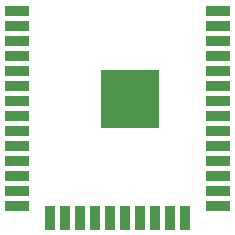
<source format=gbr>
%TF.GenerationSoftware,KiCad,Pcbnew,(5.1.9-0-10_14)*%
%TF.CreationDate,2021-07-09T13:00:53+01:00*%
%TF.ProjectId,Keypad,4b657970-6164-42e6-9b69-6361645f7063,4*%
%TF.SameCoordinates,Original*%
%TF.FileFunction,Paste,Bot*%
%TF.FilePolarity,Positive*%
%FSLAX46Y46*%
G04 Gerber Fmt 4.6, Leading zero omitted, Abs format (unit mm)*
G04 Created by KiCad (PCBNEW (5.1.9-0-10_14)) date 2021-07-09 13:00:53*
%MOMM*%
%LPD*%
G01*
G04 APERTURE LIST*
%ADD10R,2.000000X0.900000*%
%ADD11R,0.900000X2.000000*%
%ADD12R,5.000000X5.000000*%
G04 APERTURE END LIST*
D10*
%TO.C,U1*%
X120900000Y-95895000D03*
X120900000Y-97165000D03*
X120900000Y-98435000D03*
X120900000Y-99705000D03*
X120900000Y-100975000D03*
X120900000Y-102245000D03*
X120900000Y-103515000D03*
X120900000Y-104785000D03*
X120900000Y-106055000D03*
X120900000Y-107325000D03*
X120900000Y-108595000D03*
X120900000Y-109865000D03*
X120900000Y-111135000D03*
X120900000Y-112405000D03*
D11*
X123685000Y-113405000D03*
X124955000Y-113405000D03*
X126225000Y-113405000D03*
X127495000Y-113405000D03*
X128765000Y-113405000D03*
X130035000Y-113405000D03*
X131305000Y-113405000D03*
X132575000Y-113405000D03*
X133845000Y-113405000D03*
X135115000Y-113405000D03*
D10*
X137900000Y-112405000D03*
X137900000Y-111135000D03*
X137900000Y-109865000D03*
X137900000Y-108595000D03*
X137900000Y-107325000D03*
X137900000Y-106055000D03*
X137900000Y-104785000D03*
X137900000Y-103515000D03*
X137900000Y-102245000D03*
X137900000Y-100975000D03*
X137900000Y-99705000D03*
X137900000Y-98435000D03*
X137900000Y-97165000D03*
X137900000Y-95895000D03*
D12*
X130400000Y-103395000D03*
%TD*%
M02*

</source>
